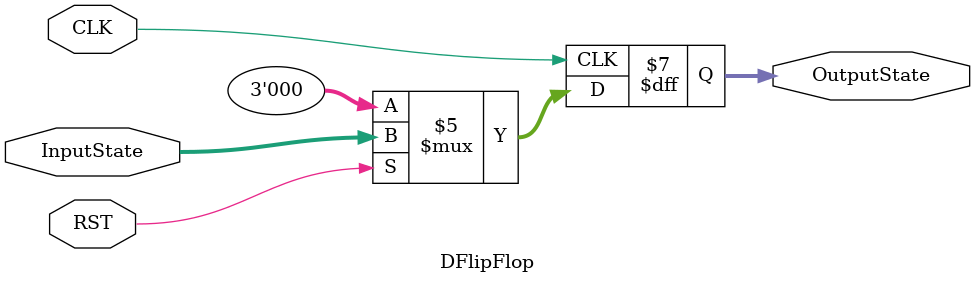
<source format=v>
`timescale 1ns / 1ps


module DFlipFlop(
RST, CLK, InputState, OutputState
);
    input RST, CLK;
    input [2:0] InputState;
    output reg[2:0] OutputState;
    initial begin
        OutputState = 3'b000;
    end
    
    always @(negedge CLK)begin
        if(RST == 0) OutputState = 3'b000;   // ÖØÖÃÎª0
        else OutputState = InputState;  // Êä³öµÈÓÚÊäÈë
    end
    
endmodule

</source>
